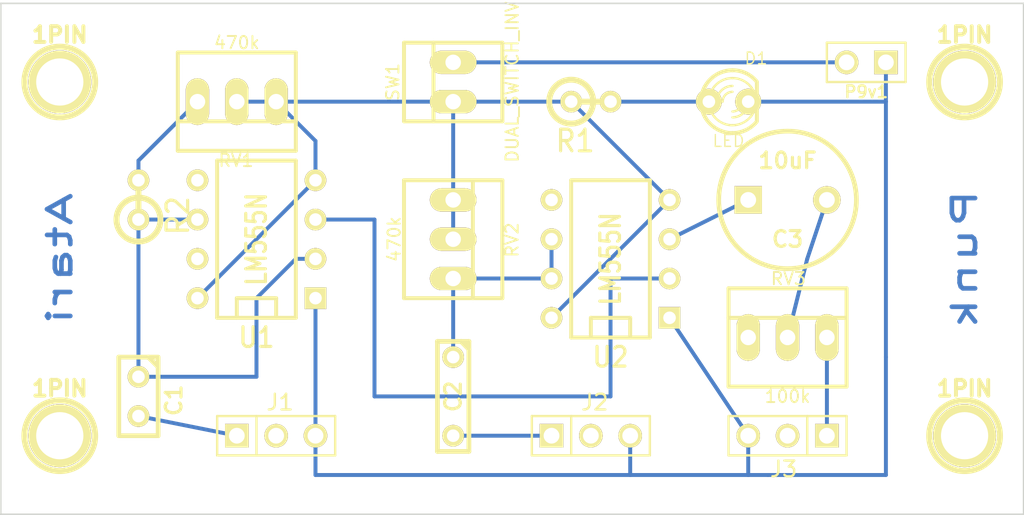
<source format=kicad_pcb>
(kicad_pcb (version 3) (host pcbnew "(2013-jul-07)-stable")

  (general
    (links 32)
    (no_connects 4)
    (area 0 0 0 0)
    (thickness 1.6)
    (drawings 6)
    (tracks 50)
    (zones 0)
    (modules 20)
    (nets 14)
  )

  (page A4)
  (title_block 
    (title "atrai punk")
    (rev 1)
  )

  (layers
    (15 F.Cu signal)
    (0 B.Cu signal)
    (16 B.Adhes user)
    (17 F.Adhes user)
    (18 B.Paste user)
    (19 F.Paste user)
    (20 B.SilkS user)
    (21 F.SilkS user)
    (22 B.Mask user)
    (23 F.Mask user)
    (24 Dwgs.User user)
    (25 Cmts.User user)
    (26 Eco1.User user)
    (27 Eco2.User user)
    (28 Edge.Cuts user)
  )

  (setup
    (last_trace_width 0.254)
    (trace_clearance 0.254)
    (zone_clearance 0.508)
    (zone_45_only no)
    (trace_min 0.254)
    (segment_width 0.2)
    (edge_width 0.1)
    (via_size 0.889)
    (via_drill 0.635)
    (via_min_size 0.889)
    (via_min_drill 0.508)
    (uvia_size 0.508)
    (uvia_drill 0.127)
    (uvias_allowed no)
    (uvia_min_size 0.508)
    (uvia_min_drill 0.127)
    (pcb_text_width 0.3)
    (pcb_text_size 1.5 1.5)
    (mod_edge_width 0.15)
    (mod_text_size 1 1)
    (mod_text_width 0.15)
    (pad_size 1.5 1.5)
    (pad_drill 0.6)
    (pad_to_mask_clearance 0)
    (aux_axis_origin 0 0)
    (visible_elements FFFFFFBF)
    (pcbplotparams
      (layerselection 3178497)
      (usegerberextensions true)
      (excludeedgelayer true)
      (linewidth 0.150000)
      (plotframeref false)
      (viasonmask false)
      (mode 1)
      (useauxorigin false)
      (hpglpennumber 1)
      (hpglpenspeed 20)
      (hpglpendiameter 15)
      (hpglpenoverlay 2)
      (psnegative false)
      (psa4output false)
      (plotreference true)
      (plotvalue true)
      (plotothertext true)
      (plotinvisibletext false)
      (padsonsilk false)
      (subtractmaskfromsilk false)
      (outputformat 1)
      (mirror false)
      (drillshape 1)
      (scaleselection 1)
      (outputdirectory ""))
  )

  (net 0 "")
  (net 1 /OUTPUT_A)
  (net 2 /OUTPUT_B)
  (net 3 /Vin)
  (net 4 GND)
  (net 5 N-000001)
  (net 6 N-0000012)
  (net 7 N-0000013)
  (net 8 N-0000014)
  (net 9 N-0000015)
  (net 10 N-000002)
  (net 11 N-000004)
  (net 12 N-000007)
  (net 13 VCC)

  (net_class Default "This is the default net class."
    (clearance 0.254)
    (trace_width 0.254)
    (via_dia 0.889)
    (via_drill 0.635)
    (uvia_dia 0.508)
    (uvia_drill 0.127)
    (add_net "")
    (add_net /OUTPUT_A)
    (add_net /OUTPUT_B)
    (add_net /Vin)
    (add_net GND)
    (add_net N-000001)
    (add_net N-0000012)
    (add_net N-0000013)
    (add_net N-0000014)
    (add_net N-0000015)
    (add_net N-000002)
    (add_net N-000004)
    (add_net N-000007)
    (add_net VCC)
  )

  (module R1 (layer F.Cu) (tedit 200000) (tstamp 54736CD9)
    (at 123.19 99.06 90)
    (descr "Resistance verticale")
    (tags R)
    (path /54734EC5)
    (autoplace_cost90 10)
    (autoplace_cost180 10)
    (fp_text reference R2 (at -1.016 2.54 90) (layer F.SilkS)
      (effects (font (size 1.397 1.27) (thickness 0.2032)))
    )
    (fp_text value 1k (at -1.143 2.54 90) (layer F.SilkS) hide
      (effects (font (size 1.397 1.27) (thickness 0.2032)))
    )
    (fp_line (start -1.27 0) (end 1.27 0) (layer F.SilkS) (width 0.381))
    (fp_circle (center -1.27 0) (end -0.635 1.27) (layer F.SilkS) (width 0.381))
    (pad 1 thru_hole circle (at -1.27 0 90) (size 1.397 1.397) (drill 0.8128)
      (layers *.Cu *.Mask F.SilkS)
      (net 10 N-000002)
    )
    (pad 2 thru_hole circle (at 1.27 0 90) (size 1.397 1.397) (drill 0.8128)
      (layers *.Cu *.Mask F.SilkS)
      (net 5 N-000001)
    )
    (model discret/verti_resistor.wrl
      (at (xyz 0 0 0))
      (scale (xyz 1 1 1))
      (rotate (xyz 0 0 0))
    )
  )

  (module DIP-8__300 (layer F.Cu) (tedit 43A7F843) (tstamp 54736D50)
    (at 130.81 101.6 90)
    (descr "8 pins DIL package, round pads")
    (tags DIL)
    (path /54734E4F)
    (fp_text reference U1 (at -6.35 0 180) (layer F.SilkS)
      (effects (font (size 1.27 1.143) (thickness 0.2032)))
    )
    (fp_text value LM555N (at 0 0 90) (layer F.SilkS)
      (effects (font (size 1.27 1.016) (thickness 0.2032)))
    )
    (fp_line (start -5.08 -1.27) (end -3.81 -1.27) (layer F.SilkS) (width 0.254))
    (fp_line (start -3.81 -1.27) (end -3.81 1.27) (layer F.SilkS) (width 0.254))
    (fp_line (start -3.81 1.27) (end -5.08 1.27) (layer F.SilkS) (width 0.254))
    (fp_line (start -5.08 -2.54) (end 5.08 -2.54) (layer F.SilkS) (width 0.254))
    (fp_line (start 5.08 -2.54) (end 5.08 2.54) (layer F.SilkS) (width 0.254))
    (fp_line (start 5.08 2.54) (end -5.08 2.54) (layer F.SilkS) (width 0.254))
    (fp_line (start -5.08 2.54) (end -5.08 -2.54) (layer F.SilkS) (width 0.254))
    (pad 1 thru_hole rect (at -3.81 3.81 90) (size 1.397 1.397) (drill 0.8128)
      (layers *.Cu *.Mask F.SilkS)
      (net 4 GND)
    )
    (pad 2 thru_hole circle (at -1.27 3.81 90) (size 1.397 1.397) (drill 0.8128)
      (layers *.Cu *.Mask F.SilkS)
      (net 10 N-000002)
    )
    (pad 3 thru_hole circle (at 1.27 3.81 90) (size 1.397 1.397) (drill 0.8128)
      (layers *.Cu *.Mask F.SilkS)
      (net 1 /OUTPUT_A)
    )
    (pad 4 thru_hole circle (at 3.81 3.81 90) (size 1.397 1.397) (drill 0.8128)
      (layers *.Cu *.Mask F.SilkS)
      (net 13 VCC)
    )
    (pad 5 thru_hole circle (at 3.81 -3.81 90) (size 1.397 1.397) (drill 0.8128)
      (layers *.Cu *.Mask F.SilkS)
    )
    (pad 6 thru_hole circle (at 1.27 -3.81 90) (size 1.397 1.397) (drill 0.8128)
      (layers *.Cu *.Mask F.SilkS)
      (net 10 N-000002)
    )
    (pad 7 thru_hole circle (at -1.27 -3.81 90) (size 1.397 1.397) (drill 0.8128)
      (layers *.Cu *.Mask F.SilkS)
      (net 5 N-000001)
    )
    (pad 8 thru_hole circle (at -3.81 -3.81 90) (size 1.397 1.397) (drill 0.8128)
      (layers *.Cu *.Mask F.SilkS)
      (net 13 VCC)
    )
    (model dil/dil_8.wrl
      (at (xyz 0 0 0))
      (scale (xyz 1 1 1))
      (rotate (xyz 0 0 0))
    )
  )

  (module DIP-8__300 (layer F.Cu) (tedit 43A7F843) (tstamp 54736E39)
    (at 153.67 102.87 90)
    (descr "8 pins DIL package, round pads")
    (tags DIL)
    (path /54734E5E)
    (fp_text reference U2 (at -6.35 0 180) (layer F.SilkS)
      (effects (font (size 1.27 1.143) (thickness 0.2032)))
    )
    (fp_text value LM555N (at 0 0 90) (layer F.SilkS)
      (effects (font (size 1.27 1.016) (thickness 0.2032)))
    )
    (fp_line (start -5.08 -1.27) (end -3.81 -1.27) (layer F.SilkS) (width 0.254))
    (fp_line (start -3.81 -1.27) (end -3.81 1.27) (layer F.SilkS) (width 0.254))
    (fp_line (start -3.81 1.27) (end -5.08 1.27) (layer F.SilkS) (width 0.254))
    (fp_line (start -5.08 -2.54) (end 5.08 -2.54) (layer F.SilkS) (width 0.254))
    (fp_line (start 5.08 -2.54) (end 5.08 2.54) (layer F.SilkS) (width 0.254))
    (fp_line (start 5.08 2.54) (end -5.08 2.54) (layer F.SilkS) (width 0.254))
    (fp_line (start -5.08 2.54) (end -5.08 -2.54) (layer F.SilkS) (width 0.254))
    (pad 1 thru_hole rect (at -3.81 3.81 90) (size 1.397 1.397) (drill 0.8128)
      (layers *.Cu *.Mask F.SilkS)
      (net 4 GND)
    )
    (pad 2 thru_hole circle (at -1.27 3.81 90) (size 1.397 1.397) (drill 0.8128)
      (layers *.Cu *.Mask F.SilkS)
      (net 1 /OUTPUT_A)
    )
    (pad 3 thru_hole circle (at 1.27 3.81 90) (size 1.397 1.397) (drill 0.8128)
      (layers *.Cu *.Mask F.SilkS)
      (net 2 /OUTPUT_B)
    )
    (pad 4 thru_hole circle (at 3.81 3.81 90) (size 1.397 1.397) (drill 0.8128)
      (layers *.Cu *.Mask F.SilkS)
      (net 13 VCC)
    )
    (pad 5 thru_hole circle (at 3.81 -3.81 90) (size 1.397 1.397) (drill 0.8128)
      (layers *.Cu *.Mask F.SilkS)
    )
    (pad 6 thru_hole circle (at 1.27 -3.81 90) (size 1.397 1.397) (drill 0.8128)
      (layers *.Cu *.Mask F.SilkS)
      (net 6 N-0000012)
    )
    (pad 7 thru_hole circle (at -1.27 -3.81 90) (size 1.397 1.397) (drill 0.8128)
      (layers *.Cu *.Mask F.SilkS)
      (net 6 N-0000012)
    )
    (pad 8 thru_hole circle (at -3.81 -3.81 90) (size 1.397 1.397) (drill 0.8128)
      (layers *.Cu *.Mask F.SilkS)
      (net 13 VCC)
    )
    (model dil/dil_8.wrl
      (at (xyz 0 0 0))
      (scale (xyz 1 1 1))
      (rotate (xyz 0 0 0))
    )
  )

  (module LED-3MM (layer F.Cu) (tedit 50ADE848) (tstamp 54748940)
    (at 161.29 92.71)
    (descr "LED 3mm - Lead pitch 100mil (2,54mm)")
    (tags "LED led 3mm 3MM 100mil 2,54mm")
    (path /54734FEF)
    (fp_text reference D1 (at 1.778 -2.794) (layer F.SilkS)
      (effects (font (size 0.762 0.762) (thickness 0.0889)))
    )
    (fp_text value LED (at 0 2.54) (layer F.SilkS)
      (effects (font (size 0.762 0.762) (thickness 0.0889)))
    )
    (fp_line (start 1.8288 1.27) (end 1.8288 -1.27) (layer F.SilkS) (width 0.254))
    (fp_arc (start 0.254 0) (end -1.27 0) (angle 39.8) (layer F.SilkS) (width 0.1524))
    (fp_arc (start 0.254 0) (end -0.88392 1.01092) (angle 41.6) (layer F.SilkS) (width 0.1524))
    (fp_arc (start 0.254 0) (end 1.4097 -0.9906) (angle 40.6) (layer F.SilkS) (width 0.1524))
    (fp_arc (start 0.254 0) (end 1.778 0) (angle 39.8) (layer F.SilkS) (width 0.1524))
    (fp_arc (start 0.254 0) (end 0.254 -1.524) (angle 54.4) (layer F.SilkS) (width 0.1524))
    (fp_arc (start 0.254 0) (end -0.9652 -0.9144) (angle 53.1) (layer F.SilkS) (width 0.1524))
    (fp_arc (start 0.254 0) (end 1.45542 0.93472) (angle 52.1) (layer F.SilkS) (width 0.1524))
    (fp_arc (start 0.254 0) (end 0.254 1.524) (angle 52.1) (layer F.SilkS) (width 0.1524))
    (fp_arc (start 0.254 0) (end -0.381 0) (angle 90) (layer F.SilkS) (width 0.1524))
    (fp_arc (start 0.254 0) (end -0.762 0) (angle 90) (layer F.SilkS) (width 0.1524))
    (fp_arc (start 0.254 0) (end 0.889 0) (angle 90) (layer F.SilkS) (width 0.1524))
    (fp_arc (start 0.254 0) (end 1.27 0) (angle 90) (layer F.SilkS) (width 0.1524))
    (fp_arc (start 0.254 0) (end 0.254 -2.032) (angle 50.1) (layer F.SilkS) (width 0.254))
    (fp_arc (start 0.254 0) (end -1.5367 -0.95504) (angle 61.9) (layer F.SilkS) (width 0.254))
    (fp_arc (start 0.254 0) (end 1.8034 1.31064) (angle 49.7) (layer F.SilkS) (width 0.254))
    (fp_arc (start 0.254 0) (end 0.254 2.032) (angle 60.2) (layer F.SilkS) (width 0.254))
    (fp_arc (start 0.254 0) (end -1.778 0) (angle 28.3) (layer F.SilkS) (width 0.254))
    (fp_arc (start 0.254 0) (end -1.47574 1.06426) (angle 31.6) (layer F.SilkS) (width 0.254))
    (pad 1 thru_hole circle (at -1.27 0) (size 1.6764 1.6764) (drill 0.8128)
      (layers *.Cu *.Mask F.SilkS)
      (net 12 N-000007)
    )
    (pad 2 thru_hole circle (at 1.27 0) (size 1.6764 1.6764) (drill 0.8128)
      (layers *.Cu *.Mask F.SilkS)
      (net 4 GND)
    )
    (model discret/leds/led3_vertical_verde.wrl
      (at (xyz 0 0 0))
      (scale (xyz 1 1 1))
      (rotate (xyz 0 0 0))
    )
  )

  (module PIN_ARRAY_3X1 (layer F.Cu) (tedit 4C1130E0) (tstamp 5474B872)
    (at 165.1 114.3 180)
    (descr "Connecteur 3 pins")
    (tags "CONN DEV")
    (path /54735A32)
    (fp_text reference J3 (at 0.254 -2.159 180) (layer F.SilkS)
      (effects (font (size 1.016 1.016) (thickness 0.1524)))
    )
    (fp_text value JACK_2P (at 0 -2.159 180) (layer F.SilkS) hide
      (effects (font (size 1.016 1.016) (thickness 0.1524)))
    )
    (fp_line (start -3.81 1.27) (end -3.81 -1.27) (layer F.SilkS) (width 0.1524))
    (fp_line (start -3.81 -1.27) (end 3.81 -1.27) (layer F.SilkS) (width 0.1524))
    (fp_line (start 3.81 -1.27) (end 3.81 1.27) (layer F.SilkS) (width 0.1524))
    (fp_line (start 3.81 1.27) (end -3.81 1.27) (layer F.SilkS) (width 0.1524))
    (fp_line (start -1.27 -1.27) (end -1.27 1.27) (layer F.SilkS) (width 0.1524))
    (pad 1 thru_hole rect (at -2.54 0 180) (size 1.524 1.524) (drill 1.016)
      (layers *.Cu *.Mask F.SilkS)
      (net 9 N-0000015)
    )
    (pad 2 thru_hole circle (at 0 0 180) (size 1.524 1.524) (drill 1.016)
      (layers *.Cu *.Mask F.SilkS)
    )
    (pad 3 thru_hole circle (at 2.54 0 180) (size 1.524 1.524) (drill 1.016)
      (layers *.Cu *.Mask F.SilkS)
      (net 4 GND)
    )
    (model pin_array/pins_array_3x1.wrl
      (at (xyz 0 0 0))
      (scale (xyz 1 1 1))
      (rotate (xyz 0 0 0))
    )
  )

  (module PIN_ARRAY_3X1 (layer F.Cu) (tedit 4C1130E0) (tstamp 5479BC33)
    (at 132.08 114.3)
    (descr "Connecteur 3 pins")
    (tags "CONN DEV")
    (path /54735AA5)
    (fp_text reference J1 (at 0.254 -2.159) (layer F.SilkS)
      (effects (font (size 1.016 1.016) (thickness 0.1524)))
    )
    (fp_text value JACK_2P (at 0 -2.159) (layer F.SilkS) hide
      (effects (font (size 1.016 1.016) (thickness 0.1524)))
    )
    (fp_line (start -3.81 1.27) (end -3.81 -1.27) (layer F.SilkS) (width 0.1524))
    (fp_line (start -3.81 -1.27) (end 3.81 -1.27) (layer F.SilkS) (width 0.1524))
    (fp_line (start 3.81 -1.27) (end 3.81 1.27) (layer F.SilkS) (width 0.1524))
    (fp_line (start 3.81 1.27) (end -3.81 1.27) (layer F.SilkS) (width 0.1524))
    (fp_line (start -1.27 -1.27) (end -1.27 1.27) (layer F.SilkS) (width 0.1524))
    (pad 1 thru_hole rect (at -2.54 0) (size 1.524 1.524) (drill 1.016)
      (layers *.Cu *.Mask F.SilkS)
      (net 8 N-0000014)
    )
    (pad 2 thru_hole circle (at 0 0) (size 1.524 1.524) (drill 1.016)
      (layers *.Cu *.Mask F.SilkS)
    )
    (pad 3 thru_hole circle (at 2.54 0) (size 1.524 1.524) (drill 1.016)
      (layers *.Cu *.Mask F.SilkS)
      (net 4 GND)
    )
    (model pin_array/pins_array_3x1.wrl
      (at (xyz 0 0 0))
      (scale (xyz 1 1 1))
      (rotate (xyz 0 0 0))
    )
  )

  (module C1 (layer F.Cu) (tedit 3F92C496) (tstamp 5479BA43)
    (at 123.19 111.76 270)
    (descr "Condensateur e = 1 pas")
    (tags C)
    (path /54734E98)
    (fp_text reference C1 (at 0.254 -2.286 270) (layer F.SilkS)
      (effects (font (size 1.016 1.016) (thickness 0.2032)))
    )
    (fp_text value 0.01uF (at 0 -2.286 270) (layer F.SilkS) hide
      (effects (font (size 1.016 1.016) (thickness 0.2032)))
    )
    (fp_line (start -2.4892 -1.27) (end 2.54 -1.27) (layer F.SilkS) (width 0.3048))
    (fp_line (start 2.54 -1.27) (end 2.54 1.27) (layer F.SilkS) (width 0.3048))
    (fp_line (start 2.54 1.27) (end -2.54 1.27) (layer F.SilkS) (width 0.3048))
    (fp_line (start -2.54 1.27) (end -2.54 -1.27) (layer F.SilkS) (width 0.3048))
    (fp_line (start -2.54 -0.635) (end -1.905 -1.27) (layer F.SilkS) (width 0.3048))
    (pad 1 thru_hole circle (at -1.27 0 270) (size 1.397 1.397) (drill 0.8128)
      (layers *.Cu *.Mask F.SilkS)
      (net 10 N-000002)
    )
    (pad 2 thru_hole circle (at 1.27 0 270) (size 1.397 1.397) (drill 0.8128)
      (layers *.Cu *.Mask F.SilkS)
      (net 8 N-0000014)
    )
    (model discret/capa_1_pas.wrl
      (at (xyz 0 0 0))
      (scale (xyz 1 1 1))
      (rotate (xyz 0 0 0))
    )
  )

  (module C2 (layer F.Cu) (tedit 200000) (tstamp 5479BA7E)
    (at 143.51 111.76 270)
    (descr "Condensateur = 2 pas")
    (tags C)
    (path /54734EA7)
    (fp_text reference C2 (at 0 0 270) (layer F.SilkS)
      (effects (font (size 1.016 1.016) (thickness 0.2032)))
    )
    (fp_text value 0.1uF (at 0 0 270) (layer F.SilkS) hide
      (effects (font (size 1.016 1.016) (thickness 0.2032)))
    )
    (fp_line (start -3.556 -1.016) (end 3.556 -1.016) (layer F.SilkS) (width 0.3048))
    (fp_line (start 3.556 -1.016) (end 3.556 1.016) (layer F.SilkS) (width 0.3048))
    (fp_line (start 3.556 1.016) (end -3.556 1.016) (layer F.SilkS) (width 0.3048))
    (fp_line (start -3.556 1.016) (end -3.556 -1.016) (layer F.SilkS) (width 0.3048))
    (fp_line (start -3.556 -0.508) (end -3.048 -1.016) (layer F.SilkS) (width 0.3048))
    (pad 1 thru_hole circle (at -2.54 0 270) (size 1.397 1.397) (drill 0.8128)
      (layers *.Cu *.Mask F.SilkS)
      (net 6 N-0000012)
    )
    (pad 2 thru_hole circle (at 2.54 0 270) (size 1.397 1.397) (drill 0.8128)
      (layers *.Cu *.Mask F.SilkS)
      (net 7 N-0000013)
    )
    (model discret/capa_2pas_5x5mm.wrl
      (at (xyz 0 0 0))
      (scale (xyz 1 1 1))
      (rotate (xyz 0 0 0))
    )
  )

  (module C2V8 (layer F.Cu) (tedit 46544AA3) (tstamp 5479D601)
    (at 165.1 99.06)
    (descr "Condensateur polarise")
    (tags CP)
    (path /5473695E)
    (fp_text reference C3 (at 0 2.54) (layer F.SilkS)
      (effects (font (size 1.016 1.016) (thickness 0.2032)))
    )
    (fp_text value 10uF (at 0 -2.54) (layer F.SilkS)
      (effects (font (size 1.016 1.016) (thickness 0.2032)))
    )
    (fp_circle (center 0 0) (end -4.445 0) (layer F.SilkS) (width 0.3048))
    (pad 1 thru_hole rect (at -2.54 0) (size 1.778 1.778) (drill 1.016)
      (layers *.Cu *.Mask F.SilkS)
      (net 2 /OUTPUT_B)
    )
    (pad 2 thru_hole circle (at 2.54 0) (size 1.778 1.778) (drill 1.016)
      (layers *.Cu *.Mask F.SilkS)
      (net 11 N-000004)
    )
    (model discret/c_vert_c2v10.wrl
      (at (xyz 0 0 0))
      (scale (xyz 1 1 1))
      (rotate (xyz 0 0 0))
    )
  )

  (module R1 (layer F.Cu) (tedit 200000) (tstamp 5479E5F1)
    (at 152.4 92.71)
    (descr "Resistance verticale")
    (tags R)
    (path /54734FFE)
    (autoplace_cost90 10)
    (autoplace_cost180 10)
    (fp_text reference R1 (at -1.016 2.54) (layer F.SilkS)
      (effects (font (size 1.397 1.27) (thickness 0.2032)))
    )
    (fp_text value 470 (at -1.143 2.54) (layer F.SilkS) hide
      (effects (font (size 1.397 1.27) (thickness 0.2032)))
    )
    (fp_line (start -1.27 0) (end 1.27 0) (layer F.SilkS) (width 0.381))
    (fp_circle (center -1.27 0) (end -0.635 1.27) (layer F.SilkS) (width 0.381))
    (pad 1 thru_hole circle (at -1.27 0) (size 1.397 1.397) (drill 0.8128)
      (layers *.Cu *.Mask F.SilkS)
      (net 13 VCC)
    )
    (pad 2 thru_hole circle (at 1.27 0) (size 1.397 1.397) (drill 0.8128)
      (layers *.Cu *.Mask F.SilkS)
      (net 12 N-000007)
    )
    (model discret/verti_resistor.wrl
      (at (xyz 0 0 0))
      (scale (xyz 1 1 1))
      (rotate (xyz 0 0 0))
    )
  )

  (module PINHEAD1-2 (layer F.Cu) (tedit 5216611E) (tstamp 5479F36D)
    (at 143.51 91.44 90)
    (path /54735021)
    (attr virtual)
    (fp_text reference SW1 (at 0 -3.9 90) (layer F.SilkS)
      (effects (font (size 0.8 0.8) (thickness 0.12)))
    )
    (fp_text value DUAL_SWITCH_INV (at 0 3.81 90) (layer F.SilkS)
      (effects (font (size 0.8 0.8) (thickness 0.12)))
    )
    (fp_line (start 2.54 -1.27) (end -2.54 -1.27) (layer F.SilkS) (width 0.254))
    (fp_line (start 2.54 3.175) (end -2.54 3.175) (layer F.SilkS) (width 0.254))
    (fp_line (start -2.54 -3.175) (end 2.54 -3.175) (layer F.SilkS) (width 0.254))
    (fp_line (start -2.54 -3.175) (end -2.54 3.175) (layer F.SilkS) (width 0.254))
    (fp_line (start 2.54 -3.175) (end 2.54 3.175) (layer F.SilkS) (width 0.254))
    (pad 1 thru_hole oval (at -1.27 0 90) (size 1.50622 3.01498) (drill 0.99822)
      (layers *.Cu *.Mask F.SilkS)
      (net 13 VCC)
    )
    (pad 2 thru_hole oval (at 1.27 0 90) (size 1.50622 3.01498) (drill 0.99822)
      (layers *.Cu *.Mask F.SilkS)
      (net 3 /Vin)
    )
  )

  (module PIN_ARRAY_2X1 (layer F.Cu) (tedit 4565C520) (tstamp 5479F377)
    (at 170.18 90.17 180)
    (descr "Connecteurs 2 pins")
    (tags "CONN DEV")
    (path /547484FD)
    (fp_text reference P9v1 (at 0 -1.905 180) (layer F.SilkS)
      (effects (font (size 0.762 0.762) (thickness 0.1524)))
    )
    (fp_text value CONN_2 (at 0 -1.905 180) (layer F.SilkS) hide
      (effects (font (size 0.762 0.762) (thickness 0.1524)))
    )
    (fp_line (start -2.54 1.27) (end -2.54 -1.27) (layer F.SilkS) (width 0.1524))
    (fp_line (start -2.54 -1.27) (end 2.54 -1.27) (layer F.SilkS) (width 0.1524))
    (fp_line (start 2.54 -1.27) (end 2.54 1.27) (layer F.SilkS) (width 0.1524))
    (fp_line (start 2.54 1.27) (end -2.54 1.27) (layer F.SilkS) (width 0.1524))
    (pad 1 thru_hole rect (at -1.27 0 180) (size 1.524 1.524) (drill 1.016)
      (layers *.Cu *.Mask F.SilkS)
      (net 4 GND)
    )
    (pad 2 thru_hole circle (at 1.27 0 180) (size 1.524 1.524) (drill 1.016)
      (layers *.Cu *.Mask F.SilkS)
      (net 3 /Vin)
    )
    (model pin_array/pins_array_2x1.wrl
      (at (xyz 0 0 0))
      (scale (xyz 1 1 1))
      (rotate (xyz 0 0 0))
    )
  )

  (module PIN_ARRAY_3X1 (layer F.Cu) (tedit 4C1130E0) (tstamp 5479F773)
    (at 152.4 114.3)
    (descr "Connecteur 3 pins")
    (tags "CONN DEV")
    (path /54735AB4)
    (fp_text reference J2 (at 0.254 -2.159) (layer F.SilkS)
      (effects (font (size 1.016 1.016) (thickness 0.1524)))
    )
    (fp_text value JACK_2P (at 0 -2.159) (layer F.SilkS) hide
      (effects (font (size 1.016 1.016) (thickness 0.1524)))
    )
    (fp_line (start -3.81 1.27) (end -3.81 -1.27) (layer F.SilkS) (width 0.1524))
    (fp_line (start -3.81 -1.27) (end 3.81 -1.27) (layer F.SilkS) (width 0.1524))
    (fp_line (start 3.81 -1.27) (end 3.81 1.27) (layer F.SilkS) (width 0.1524))
    (fp_line (start 3.81 1.27) (end -3.81 1.27) (layer F.SilkS) (width 0.1524))
    (fp_line (start -1.27 -1.27) (end -1.27 1.27) (layer F.SilkS) (width 0.1524))
    (pad 1 thru_hole rect (at -2.54 0) (size 1.524 1.524) (drill 1.016)
      (layers *.Cu *.Mask F.SilkS)
      (net 7 N-0000013)
    )
    (pad 2 thru_hole circle (at 0 0) (size 1.524 1.524) (drill 1.016)
      (layers *.Cu *.Mask F.SilkS)
    )
    (pad 3 thru_hole circle (at 2.54 0) (size 1.524 1.524) (drill 1.016)
      (layers *.Cu *.Mask F.SilkS)
      (net 4 GND)
    )
    (model pin_array/pins_array_3x1.wrl
      (at (xyz 0 0 0))
      (scale (xyz 1 1 1))
      (rotate (xyz 0 0 0))
    )
  )

  (module PINHEAD1-3 (layer F.Cu) (tedit 52166174) (tstamp 5479F7AB)
    (at 143.51 101.6 270)
    (path /54734FCA)
    (attr virtual)
    (fp_text reference RV2 (at 0.05 -3.8 270) (layer F.SilkS)
      (effects (font (size 0.8 0.8) (thickness 0.12)))
    )
    (fp_text value 470k (at 0 3.81 270) (layer F.SilkS)
      (effects (font (size 0.8 0.8) (thickness 0.12)))
    )
    (fp_line (start -3.81 -3.175) (end -3.81 3.175) (layer F.SilkS) (width 0.254))
    (fp_line (start 3.81 -3.175) (end 3.81 3.175) (layer F.SilkS) (width 0.254))
    (fp_line (start 3.81 -1.27) (end -3.81 -1.27) (layer F.SilkS) (width 0.254))
    (fp_line (start -3.81 -3.175) (end 3.81 -3.175) (layer F.SilkS) (width 0.254))
    (fp_line (start 3.81 3.175) (end -3.81 3.175) (layer F.SilkS) (width 0.254))
    (pad 1 thru_hole oval (at -2.54 0 270) (size 1.50622 3.01498) (drill 0.99822)
      (layers *.Cu *.Mask F.SilkS)
      (net 13 VCC)
    )
    (pad 2 thru_hole oval (at 0 0 270) (size 1.50622 3.01498) (drill 0.99822)
      (layers *.Cu *.Mask F.SilkS)
      (net 13 VCC)
    )
    (pad 3 thru_hole oval (at 2.54 0 270) (size 1.50622 3.01498) (drill 0.99822)
      (layers *.Cu *.Mask F.SilkS)
      (net 6 N-0000012)
    )
  )

  (module PINHEAD1-3 (layer F.Cu) (tedit 52166174) (tstamp 5479FB46)
    (at 129.54 92.71 180)
    (path /54734FBB)
    (attr virtual)
    (fp_text reference RV1 (at 0.05 -3.8 180) (layer F.SilkS)
      (effects (font (size 0.8 0.8) (thickness 0.12)))
    )
    (fp_text value 470k (at 0 3.81 180) (layer F.SilkS)
      (effects (font (size 0.8 0.8) (thickness 0.12)))
    )
    (fp_line (start -3.81 -3.175) (end -3.81 3.175) (layer F.SilkS) (width 0.254))
    (fp_line (start 3.81 -3.175) (end 3.81 3.175) (layer F.SilkS) (width 0.254))
    (fp_line (start 3.81 -1.27) (end -3.81 -1.27) (layer F.SilkS) (width 0.254))
    (fp_line (start -3.81 -3.175) (end 3.81 -3.175) (layer F.SilkS) (width 0.254))
    (fp_line (start 3.81 3.175) (end -3.81 3.175) (layer F.SilkS) (width 0.254))
    (pad 1 thru_hole oval (at -2.54 0 180) (size 1.50622 3.01498) (drill 0.99822)
      (layers *.Cu *.Mask F.SilkS)
      (net 13 VCC)
    )
    (pad 2 thru_hole oval (at 0 0 180) (size 1.50622 3.01498) (drill 0.99822)
      (layers *.Cu *.Mask F.SilkS)
      (net 13 VCC)
    )
    (pad 3 thru_hole oval (at 2.54 0 180) (size 1.50622 3.01498) (drill 0.99822)
      (layers *.Cu *.Mask F.SilkS)
      (net 5 N-000001)
    )
  )

  (module PINHEAD1-3 (layer F.Cu) (tedit 52166174) (tstamp 5479FB52)
    (at 165.1 107.95)
    (path /54734FD9)
    (attr virtual)
    (fp_text reference RV3 (at 0.05 -3.8) (layer F.SilkS)
      (effects (font (size 0.8 0.8) (thickness 0.12)))
    )
    (fp_text value 100k (at 0 3.81) (layer F.SilkS)
      (effects (font (size 0.8 0.8) (thickness 0.12)))
    )
    (fp_line (start -3.81 -3.175) (end -3.81 3.175) (layer F.SilkS) (width 0.254))
    (fp_line (start 3.81 -3.175) (end 3.81 3.175) (layer F.SilkS) (width 0.254))
    (fp_line (start 3.81 -1.27) (end -3.81 -1.27) (layer F.SilkS) (width 0.254))
    (fp_line (start -3.81 -3.175) (end 3.81 -3.175) (layer F.SilkS) (width 0.254))
    (fp_line (start 3.81 3.175) (end -3.81 3.175) (layer F.SilkS) (width 0.254))
    (pad 1 thru_hole oval (at -2.54 0) (size 1.50622 3.01498) (drill 0.99822)
      (layers *.Cu *.Mask F.SilkS)
      (net 4 GND)
    )
    (pad 2 thru_hole oval (at 0 0) (size 1.50622 3.01498) (drill 0.99822)
      (layers *.Cu *.Mask F.SilkS)
      (net 9 N-0000015)
    )
    (pad 3 thru_hole oval (at 2.54 0) (size 1.50622 3.01498) (drill 0.99822)
      (layers *.Cu *.Mask F.SilkS)
      (net 11 N-000004)
    )
  )

  (module 1pin (layer F.Cu) (tedit 200000) (tstamp 547AC72F)
    (at 118.11 91.44)
    (descr "module 1 pin (ou trou mecanique de percage)")
    (tags DEV)
    (path 1pin)
    (fp_text reference 1PIN (at 0 -3.048) (layer F.SilkS)
      (effects (font (size 1.016 1.016) (thickness 0.254)))
    )
    (fp_text value P*** (at 0 2.794) (layer F.SilkS) hide
      (effects (font (size 1.016 1.016) (thickness 0.254)))
    )
    (fp_circle (center 0 0) (end 0 -2.286) (layer F.SilkS) (width 0.381))
    (pad 1 thru_hole circle (at 0 0) (size 4.064 4.064) (drill 3.048)
      (layers *.Cu *.Mask F.SilkS)
    )
  )

  (module 1pin (layer F.Cu) (tedit 200000) (tstamp 547AC73A)
    (at 118.11 114.3)
    (descr "module 1 pin (ou trou mecanique de percage)")
    (tags DEV)
    (path 1pin)
    (fp_text reference 1PIN (at 0 -3.048) (layer F.SilkS)
      (effects (font (size 1.016 1.016) (thickness 0.254)))
    )
    (fp_text value P*** (at 0 2.794) (layer F.SilkS) hide
      (effects (font (size 1.016 1.016) (thickness 0.254)))
    )
    (fp_circle (center 0 0) (end 0 -2.286) (layer F.SilkS) (width 0.381))
    (pad 1 thru_hole circle (at 0 0) (size 4.064 4.064) (drill 3.048)
      (layers *.Cu *.Mask F.SilkS)
    )
  )

  (module 1pin (layer F.Cu) (tedit 200000) (tstamp 547AC745)
    (at 176.53 114.3)
    (descr "module 1 pin (ou trou mecanique de percage)")
    (tags DEV)
    (path 1pin)
    (fp_text reference 1PIN (at 0 -3.048) (layer F.SilkS)
      (effects (font (size 1.016 1.016) (thickness 0.254)))
    )
    (fp_text value P*** (at 0 2.794) (layer F.SilkS) hide
      (effects (font (size 1.016 1.016) (thickness 0.254)))
    )
    (fp_circle (center 0 0) (end 0 -2.286) (layer F.SilkS) (width 0.381))
    (pad 1 thru_hole circle (at 0 0) (size 4.064 4.064) (drill 3.048)
      (layers *.Cu *.Mask F.SilkS)
    )
  )

  (module 1pin (layer F.Cu) (tedit 200000) (tstamp 547AC750)
    (at 176.53 91.44)
    (descr "module 1 pin (ou trou mecanique de percage)")
    (tags DEV)
    (path 1pin)
    (fp_text reference 1PIN (at 0 -3.048) (layer F.SilkS)
      (effects (font (size 1.016 1.016) (thickness 0.254)))
    )
    (fp_text value P*** (at 0 2.794) (layer F.SilkS) hide
      (effects (font (size 1.016 1.016) (thickness 0.254)))
    )
    (fp_circle (center 0 0) (end 0 -2.286) (layer F.SilkS) (width 0.381))
    (pad 1 thru_hole circle (at 0 0) (size 4.064 4.064) (drill 3.048)
      (layers *.Cu *.Mask F.SilkS)
    )
  )

  (gr_text Punk (at 176.53 102.87 90) (layer B.Cu)
    (effects (font (size 1.5 2.5) (thickness 0.3)) (justify mirror))
  )
  (gr_text Atari (at 118.11 102.87 90) (layer B.Cu)
    (effects (font (size 1.5 2.5) (thickness 0.3)) (justify mirror))
  )
  (gr_line (start 114.3 119.38) (end 114.3 86.36) (angle 90) (layer Edge.Cuts) (width 0.1))
  (gr_line (start 180.34 119.38) (end 114.3 119.38) (angle 90) (layer Edge.Cuts) (width 0.1))
  (gr_line (start 180.34 86.36) (end 180.34 119.38) (angle 90) (layer Edge.Cuts) (width 0.1))
  (gr_line (start 114.3 86.36) (end 180.34 86.36) (angle 90) (layer Edge.Cuts) (width 0.1))

  (segment (start 153.67 111.76) (end 138.43 111.76) (width 0.254) (layer B.Cu) (net 1))
  (segment (start 138.43 100.33) (end 138.43 111.76) (width 0.254) (layer B.Cu) (net 1) (tstamp 547479C5))
  (segment (start 153.67 111.76) (end 153.67 104.14) (width 0.254) (layer B.Cu) (net 1) (tstamp 547479DA))
  (segment (start 157.48 104.14) (end 153.67 104.14) (width 0.254) (layer B.Cu) (net 1) (tstamp 547479DC))
  (segment (start 138.43 100.33) (end 134.62 100.33) (width 0.254) (layer B.Cu) (net 1))
  (segment (start 157.48 101.6) (end 162.56 99.06) (width 0.254) (layer B.Cu) (net 2) (status 20))
  (segment (start 168.91 90.17) (end 143.51 90.17) (width 0.254) (layer B.Cu) (net 3) (status 10))
  (segment (start 162.56 114.3) (end 162.56 116.84) (width 0.254) (layer B.Cu) (net 4))
  (segment (start 154.94 114.3) (end 154.94 116.84) (width 0.254) (layer B.Cu) (net 4))
  (segment (start 163.83 116.84) (end 162.56 116.84) (width 0.254) (layer B.Cu) (net 4))
  (segment (start 171.45 92.71) (end 171.45 109.22) (width 0.254) (layer B.Cu) (net 4) (tstamp 5479FAF0))
  (segment (start 171.45 109.22) (end 171.45 116.84) (width 0.254) (layer B.Cu) (net 4) (tstamp 5479FAF1))
  (segment (start 171.45 116.84) (end 163.83 116.84) (width 0.254) (layer B.Cu) (net 4) (tstamp 5479FAF5))
  (segment (start 162.56 116.84) (end 154.94 116.84) (width 0.254) (layer B.Cu) (net 4) (tstamp 5479FE88))
  (segment (start 154.94 116.84) (end 134.62 116.84) (width 0.254) (layer B.Cu) (net 4) (tstamp 5479FE84))
  (segment (start 134.62 116.84) (end 134.62 114.3) (width 0.254) (layer B.Cu) (net 4) (tstamp 5479FE78) (status 20))
  (segment (start 171.45 92.71) (end 171.45 90.17) (width 0.254) (layer B.Cu) (net 4))
  (segment (start 162.56 92.71) (end 171.45 92.71) (width 0.254) (layer B.Cu) (net 4))
  (segment (start 162.56 114.3) (end 157.48 106.68) (width 0.254) (layer B.Cu) (net 4) (status 10))
  (segment (start 134.62 114.3) (end 134.62 114.3) (width 0.254) (layer B.Cu) (net 4) (status 30))
  (segment (start 134.62 105.41) (end 134.62 114.3) (width 0.254) (layer B.Cu) (net 4) (status 20))
  (segment (start 123.19 97.79) (end 123.19 96.52) (width 0.254) (layer B.Cu) (net 5))
  (segment (start 123.19 96.52) (end 127 92.71) (width 0.254) (layer B.Cu) (net 5) (tstamp 5479FBBD))
  (segment (start 143.51 104.14) (end 149.86 104.14) (width 0.254) (layer B.Cu) (net 6))
  (segment (start 143.51 109.22) (end 143.51 104.14) (width 0.254) (layer B.Cu) (net 6) (status 10))
  (segment (start 149.86 101.6) (end 149.86 104.14) (width 0.254) (layer B.Cu) (net 6))
  (segment (start 143.51 114.3) (end 149.86 114.3) (width 0.254) (layer B.Cu) (net 7) (status 20))
  (segment (start 123.19 113.03) (end 129.54 114.3) (width 0.254) (layer B.Cu) (net 8) (status 20))
  (segment (start 167.64 114.3) (end 167.64 114.3) (width 0.254) (layer B.Cu) (net 9) (status 30))
  (segment (start 165.1 107.95) (end 166.37 102.87) (width 0.254) (layer B.Cu) (net 9) (status 10))
  (segment (start 127 100.33) (end 123.19 100.33) (width 0.254) (layer B.Cu) (net 10))
  (segment (start 134.62 102.87) (end 133.35 102.87) (width 0.254) (layer B.Cu) (net 10))
  (segment (start 123.19 110.49) (end 123.19 110.49) (width 0.254) (layer B.Cu) (net 10) (tstamp 5474789A) (status 30))
  (segment (start 130.81 110.49) (end 123.19 110.49) (width 0.254) (layer B.Cu) (net 10) (tstamp 54747898) (status 20))
  (segment (start 130.81 105.41) (end 130.81 110.49) (width 0.254) (layer B.Cu) (net 10) (tstamp 54747896))
  (segment (start 133.35 102.87) (end 130.81 105.41) (width 0.254) (layer B.Cu) (net 10) (tstamp 5474788A))
  (segment (start 123.19 100.33) (end 123.19 110.49) (width 0.254) (layer B.Cu) (net 10) (status 20))
  (segment (start 167.64 114.3) (end 167.64 107.95) (width 0.254) (layer B.Cu) (net 11) (tstamp 5479FA79) (status 10))
  (segment (start 166.37 102.87) (end 167.64 99.06) (width 0.254) (layer B.Cu) (net 11) (tstamp 5479FAEC) (status 20))
  (segment (start 153.67 92.71) (end 160.02 92.71) (width 0.254) (layer B.Cu) (net 12))
  (segment (start 129.54 92.71) (end 132.08 92.71) (width 0.254) (layer B.Cu) (net 13))
  (segment (start 134.62 97.79) (end 134.62 95.25) (width 0.254) (layer B.Cu) (net 13))
  (segment (start 134.62 95.25) (end 132.08 92.71) (width 0.254) (layer B.Cu) (net 13) (tstamp 5479FBAD))
  (segment (start 132.08 92.71) (end 143.51 92.71) (width 0.254) (layer B.Cu) (net 13) (tstamp 5479FBAF))
  (segment (start 143.51 101.6) (end 143.51 99.06) (width 0.254) (layer B.Cu) (net 13))
  (segment (start 143.51 99.06) (end 143.51 92.71) (width 0.254) (layer B.Cu) (net 13) (tstamp 5479F9B4))
  (segment (start 151.13 92.71) (end 157.48 99.06) (width 0.254) (layer B.Cu) (net 13))
  (segment (start 143.51 92.71) (end 151.13 92.71) (width 0.254) (layer B.Cu) (net 13) (status 10))
  (segment (start 149.86 106.68) (end 157.48 99.06) (width 0.254) (layer B.Cu) (net 13))
  (segment (start 134.62 97.79) (end 127 105.41) (width 0.254) (layer B.Cu) (net 13))

)

</source>
